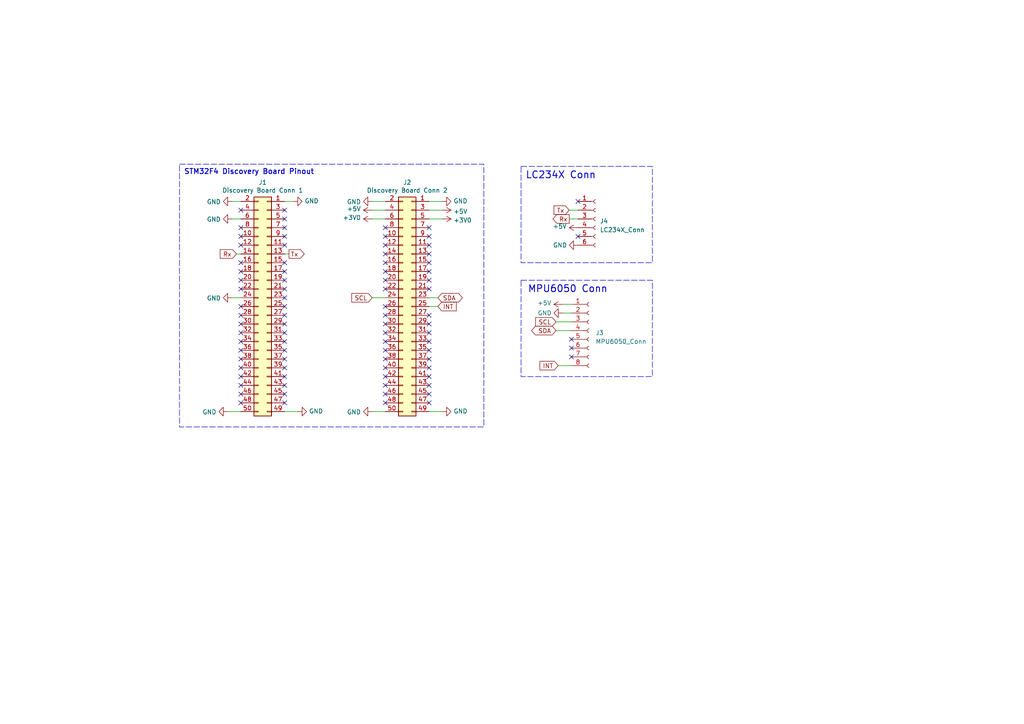
<source format=kicad_sch>
(kicad_sch (version 20230121) (generator eeschema)
  (paper "A4")
  (title_block (title "STM32 Shield") (rev "v1.0"))
  (lib_symbols
    (symbol "Connector:Conn_01x06_Socket" (pin_names (offset 1.016) hide)
      (property "Reference" "J" (at 0 7.62 0))
      (property "Value" "Conn_01x06_Socket" (at 0 -10.16 0))
      (symbol "Conn_01x06_Socket_1_1"
        (arc (start 0 -7.112) (mid -0.5058 -7.62) (end 0 -8.128) (stroke (width 0.1524)))
        (arc (start 0 -4.572) (mid -0.5058 -5.08) (end 0 -5.588) (stroke (width 0.1524)))
        (arc (start 0 -2.032) (mid -0.5058 -2.54) (end 0 -3.048) (stroke (width 0.1524)))
        (polyline (pts (xy -1.27 -7.62) (xy -0.508 -7.62)) (stroke (width 0.1524)))
        (polyline (pts (xy -1.27 -5.08) (xy -0.508 -5.08)) (stroke (width 0.1524)))
        (polyline (pts (xy -1.27 -2.54) (xy -0.508 -2.54)) (stroke (width 0.1524)))
        (polyline (pts (xy -1.27 0) (xy -0.508 0)) (stroke (width 0.1524)))
        (polyline (pts (xy -1.27 2.54) (xy -0.508 2.54)) (stroke (width 0.1524)))
        (polyline (pts (xy -1.27 5.08) (xy -0.508 5.08)) (stroke (width 0.1524)))
        (arc (start 0 0.508) (mid -0.5058 0) (end 0 -0.508) (stroke (width 0.1524)))
        (arc (start 0 3.048) (mid -0.5058 2.54) (end 0 2.032) (stroke (width 0.1524)))
        (arc (start 0 5.588) (mid -0.5058 5.08) (end 0 4.572) (stroke (width 0.1524)))
        (pin passive line (at -5.08 5.08 0) (length 3.81) (name "Pin_1") (number "1"))
        (pin passive line (at -5.08 2.54 0) (length 3.81) (name "Pin_2") (number "2"))
        (pin passive line (at -5.08 0 0) (length 3.81) (name "Pin_3") (number "3"))
        (pin passive line (at -5.08 -2.54 0) (length 3.81) (name "Pin_4") (number "4"))
        (pin passive line (at -5.08 -5.08 0) (length 3.81) (name "Pin_5") (number "5"))
        (pin passive line (at -5.08 -7.62 0) (length 3.81) (name "Pin_6") (number "6"))
      )
    )
    (symbol "Connector:Conn_01x08_Socket" (pin_names (offset 1.016) hide)
      (property "Reference" "J" (at 0 10.16 0))
      (property "Value" "Conn_01x08_Socket" (at 0 -12.7 0))
      (symbol "Conn_01x08_Socket_1_1"
        (arc (start 0 -9.652) (mid -0.5058 -10.16) (end 0 -10.668) (stroke (width 0.1524)))
        (arc (start 0 -7.112) (mid -0.5058 -7.62) (end 0 -8.128) (stroke (width 0.1524)))
        (arc (start 0 -4.572) (mid -0.5058 -5.08) (end 0 -5.588) (stroke (width 0.1524)))
        (arc (start 0 -2.032) (mid -0.5058 -2.54) (end 0 -3.048) (stroke (width 0.1524)))
        (polyline (pts (xy -1.27 -10.16) (xy -0.508 -10.16)) (stroke (width 0.1524)))
        (polyline (pts (xy -1.27 -7.62) (xy -0.508 -7.62)) (stroke (width 0.1524)))
        (polyline (pts (xy -1.27 -5.08) (xy -0.508 -5.08)) (stroke (width 0.1524)))
        (polyline (pts (xy -1.27 -2.54) (xy -0.508 -2.54)) (stroke (width 0.1524)))
        (polyline (pts (xy -1.27 0) (xy -0.508 0)) (stroke (width 0.1524)))
        (polyline (pts (xy -1.27 2.54) (xy -0.508 2.54)) (stroke (width 0.1524)))
        (polyline (pts (xy -1.27 5.08) (xy -0.508 5.08)) (stroke (width 0.1524)))
        (polyline (pts (xy -1.27 7.62) (xy -0.508 7.62)) (stroke (width 0.1524)))
        (arc (start 0 0.508) (mid -0.5058 0) (end 0 -0.508) (stroke (width 0.1524)))
        (arc (start 0 3.048) (mid -0.5058 2.54) (end 0 2.032) (stroke (width 0.1524)))
        (arc (start 0 5.588) (mid -0.5058 5.08) (end 0 4.572) (stroke (width 0.1524)))
        (arc (start 0 8.128) (mid -0.5058 7.62) (end 0 7.112) (stroke (width 0.1524)))
        (pin passive line (at -5.08 7.62 0) (length 3.81) (name "Pin_1") (number "1"))
        (pin passive line (at -5.08 5.08 0) (length 3.81) (name "Pin_2") (number "2"))
        (pin passive line (at -5.08 2.54 0) (length 3.81) (name "Pin_3") (number "3"))
        (pin passive line (at -5.08 0 0) (length 3.81) (name "Pin_4") (number "4"))
        (pin passive line (at -5.08 -2.54 0) (length 3.81) (name "Pin_5") (number "5"))
        (pin passive line (at -5.08 -5.08 0) (length 3.81) (name "Pin_6") (number "6"))
        (pin passive line (at -5.08 -7.62 0) (length 3.81) (name "Pin_7") (number "7"))
        (pin passive line (at -5.08 -10.16 0) (length 3.81) (name "Pin_8") (number "8"))
      )
    )
    (symbol "Connector_Generic:Conn_02x25_Odd_Even" (pin_names (offset 1.016) hide)
      (property "Reference" "J" (at 1.27 33.02 0))
      (property "Value" "Conn_02x25_Odd_Even" (at 1.27 -33.02 0))
      (symbol "Conn_02x25_Odd_Even_1_1"
        (rectangle (start -1.27 -30.353) (end 0 -30.607) (stroke (width 0.1524)))
        (rectangle (start -1.27 -27.813) (end 0 -28.067) (stroke (width 0.1524)))
        (rectangle (start -1.27 -25.273) (end 0 -25.527) (stroke (width 0.1524)))
        (rectangle (start -1.27 -22.733) (end 0 -22.987) (stroke (width 0.1524)))
        (rectangle (start -1.27 -20.193) (end 0 -20.447) (stroke (width 0.1524)))
        (rectangle (start -1.27 -17.653) (end 0 -17.907) (stroke (width 0.1524)))
        (rectangle (start -1.27 -15.113) (end 0 -15.367) (stroke (width 0.1524)))
        (rectangle (start -1.27 -12.573) (end 0 -12.827) (stroke (width 0.1524)))
        (rectangle (start -1.27 -10.033) (end 0 -10.287) (stroke (width 0.1524)))
        (rectangle (start -1.27 -7.493) (end 0 -7.747) (stroke (width 0.1524)))
        (rectangle (start -1.27 -4.953) (end 0 -5.207) (stroke (width 0.1524)))
        (rectangle (start -1.27 -2.413) (end 0 -2.667) (stroke (width 0.1524)))
        (rectangle (start -1.27 0.127) (end 0 -0.127) (stroke (width 0.1524)))
        (rectangle (start -1.27 2.667) (end 0 2.413) (stroke (width 0.1524)))
        (rectangle (start -1.27 5.207) (end 0 4.953) (stroke (width 0.1524)))
        (rectangle (start -1.27 7.747) (end 0 7.493) (stroke (width 0.1524)))
        (rectangle (start -1.27 10.287) (end 0 10.033) (stroke (width 0.1524)))
        (rectangle (start -1.27 12.827) (end 0 12.573) (stroke (width 0.1524)))
        (rectangle (start -1.27 15.367) (end 0 15.113) (stroke (width 0.1524)))
        (rectangle (start -1.27 17.907) (end 0 17.653) (stroke (width 0.1524)))
        (rectangle (start -1.27 20.447) (end 0 20.193) (stroke (width 0.1524)))
        (rectangle (start -1.27 22.987) (end 0 22.733) (stroke (width 0.1524)))
        (rectangle (start -1.27 25.527) (end 0 25.273) (stroke (width 0.1524)))
        (rectangle (start -1.27 28.067) (end 0 27.813) (stroke (width 0.1524)))
        (rectangle (start -1.27 30.607) (end 0 30.353) (stroke (width 0.1524)))
        (rectangle (start -1.27 31.75) (end 3.81 -31.75) (stroke (width 0.254)) (fill (type background)))
        (rectangle (start 3.81 -30.353) (end 2.54 -30.607) (stroke (width 0.1524)))
        (rectangle (start 3.81 -27.813) (end 2.54 -28.067) (stroke (width 0.1524)))
        (rectangle (start 3.81 -25.273) (end 2.54 -25.527) (stroke (width 0.1524)))
        (rectangle (start 3.81 -22.733) (end 2.54 -22.987) (stroke (width 0.1524)))
        (rectangle (start 3.81 -20.193) (end 2.54 -20.447) (stroke (width 0.1524)))
        (rectangle (start 3.81 -17.653) (end 2.54 -17.907) (stroke (width 0.1524)))
        (rectangle (start 3.81 -15.113) (end 2.54 -15.367) (stroke (width 0.1524)))
        (rectangle (start 3.81 -12.573) (end 2.54 -12.827) (stroke (width 0.1524)))
        (rectangle (start 3.81 -10.033) (end 2.54 -10.287) (stroke (width 0.1524)))
        (rectangle (start 3.81 -7.493) (end 2.54 -7.747) (stroke (width 0.1524)))
        (rectangle (start 3.81 -4.953) (end 2.54 -5.207) (stroke (width 0.1524)))
        (rectangle (start 3.81 -2.413) (end 2.54 -2.667) (stroke (width 0.1524)))
        (rectangle (start 3.81 0.127) (end 2.54 -0.127) (stroke (width 0.1524)))
        (rectangle (start 3.81 2.667) (end 2.54 2.413) (stroke (width 0.1524)))
        (rectangle (start 3.81 5.207) (end 2.54 4.953) (stroke (width 0.1524)))
        (rectangle (start 3.81 7.747) (end 2.54 7.493) (stroke (width 0.1524)))
        (rectangle (start 3.81 10.287) (end 2.54 10.033) (stroke (width 0.1524)))
        (rectangle (start 3.81 12.827) (end 2.54 12.573) (stroke (width 0.1524)))
        (rectangle (start 3.81 15.367) (end 2.54 15.113) (stroke (width 0.1524)))
        (rectangle (start 3.81 17.907) (end 2.54 17.653) (stroke (width 0.1524)))
        (rectangle (start 3.81 20.447) (end 2.54 20.193) (stroke (width 0.1524)))
        (rectangle (start 3.81 22.987) (end 2.54 22.733) (stroke (width 0.1524)))
        (rectangle (start 3.81 25.527) (end 2.54 25.273) (stroke (width 0.1524)))
        (rectangle (start 3.81 28.067) (end 2.54 27.813) (stroke (width 0.1524)))
        (rectangle (start 3.81 30.607) (end 2.54 30.353) (stroke (width 0.1524)))
        (pin passive line (at -5.08 30.48 0) (length 3.81) (name "Pin_1") (number "1"))
        (pin passive line (at 7.62 20.32 180) (length 3.81) (name "Pin_10") (number "10"))
        (pin passive line (at -5.08 17.78 0) (length 3.81) (name "Pin_11") (number "11"))
        (pin passive line (at 7.62 17.78 180) (length 3.81) (name "Pin_12") (number "12"))
        (pin passive line (at -5.08 15.24 0) (length 3.81) (name "Pin_13") (number "13"))
        (pin passive line (at 7.62 15.24 180) (length 3.81) (name "Pin_14") (number "14"))
        (pin passive line (at -5.08 12.7 0) (length 3.81) (name "Pin_15") (number "15"))
        (pin passive line (at 7.62 12.7 180) (length 3.81) (name "Pin_16") (number "16"))
        (pin passive line (at -5.08 10.16 0) (length 3.81) (name "Pin_17") (number "17"))
        (pin passive line (at 7.62 10.16 180) (length 3.81) (name "Pin_18") (number "18"))
        (pin passive line (at -5.08 7.62 0) (length 3.81) (name "Pin_19") (number "19"))
        (pin passive line (at 7.62 30.48 180) (length 3.81) (name "Pin_2") (number "2"))
        (pin passive line (at 7.62 7.62 180) (length 3.81) (name "Pin_20") (number "20"))
        (pin passive line (at -5.08 5.08 0) (length 3.81) (name "Pin_21") (number "21"))
        (pin passive line (at 7.62 5.08 180) (length 3.81) (name "Pin_22") (number "22"))
        (pin passive line (at -5.08 2.54 0) (length 3.81) (name "Pin_23") (number "23"))
        (pin passive line (at 7.62 2.54 180) (length 3.81) (name "Pin_24") (number "24"))
        (pin passive line (at -5.08 0 0) (length 3.81) (name "Pin_25") (number "25"))
        (pin passive line (at 7.62 0 180) (length 3.81) (name "Pin_26") (number "26"))
        (pin passive line (at -5.08 -2.54 0) (length 3.81) (name "Pin_27") (number "27"))
        (pin passive line (at 7.62 -2.54 180) (length 3.81) (name "Pin_28") (number "28"))
        (pin passive line (at -5.08 -5.08 0) (length 3.81) (name "Pin_29") (number "29"))
        (pin passive line (at -5.08 27.94 0) (length 3.81) (name "Pin_3") (number "3"))
        (pin passive line (at 7.62 -5.08 180) (length 3.81) (name "Pin_30") (number "30"))
        (pin passive line (at -5.08 -7.62 0) (length 3.81) (name "Pin_31") (number "31"))
        (pin passive line (at 7.62 -7.62 180) (length 3.81) (name "Pin_32") (number "32"))
        (pin passive line (at -5.08 -10.16 0) (length 3.81) (name "Pin_33") (number "33"))
        (pin passive line (at 7.62 -10.16 180) (length 3.81) (name "Pin_34") (number "34"))
        (pin passive line (at -5.08 -12.7 0) (length 3.81) (name "Pin_35") (number "35"))
        (pin passive line (at 7.62 -12.7 180) (length 3.81) (name "Pin_36") (number "36"))
        (pin passive line (at -5.08 -15.24 0) (length 3.81) (name "Pin_37") (number "37"))
        (pin passive line (at 7.62 -15.24 180) (length 3.81) (name "Pin_38") (number "38"))
        (pin passive line (at -5.08 -17.78 0) (length 3.81) (name "Pin_39") (number "39"))
        (pin passive line (at 7.62 27.94 180) (length 3.81) (name "Pin_4") (number "4"))
        (pin passive line (at 7.62 -17.78 180) (length 3.81) (name "Pin_40") (number "40"))
        (pin passive line (at -5.08 -20.32 0) (length 3.81) (name "Pin_41") (number "41"))
        (pin passive line (at 7.62 -20.32 180) (length 3.81) (name "Pin_42") (number "42"))
        (pin passive line (at -5.08 -22.86 0) (length 3.81) (name "Pin_43") (number "43"))
        (pin passive line (at 7.62 -22.86 180) (length 3.81) (name "Pin_44") (number "44"))
        (pin passive line (at -5.08 -25.4 0) (length 3.81) (name "Pin_45") (number "45"))
        (pin passive line (at 7.62 -25.4 180) (length 3.81) (name "Pin_46") (number "46"))
        (pin passive line (at -5.08 -27.94 0) (length 3.81) (name "Pin_47") (number "47"))
        (pin passive line (at 7.62 -27.94 180) (length 3.81) (name "Pin_48") (number "48"))
        (pin passive line (at -5.08 -30.48 0) (length 3.81) (name "Pin_49") (number "49"))
        (pin passive line (at -5.08 25.4 0) (length 3.81) (name "Pin_5") (number "5"))
        (pin passive line (at 7.62 -30.48 180) (length 3.81) (name "Pin_50") (number "50"))
        (pin passive line (at 7.62 25.4 180) (length 3.81) (name "Pin_6") (number "6"))
        (pin passive line (at -5.08 22.86 0) (length 3.81) (name "Pin_7") (number "7"))
        (pin passive line (at 7.62 22.86 180) (length 3.81) (name "Pin_8") (number "8"))
        (pin passive line (at -5.08 20.32 0) (length 3.81) (name "Pin_9") (number "9"))
      )
    )
    (symbol "power:+3V0" (power) (pin_names (offset 0))
      (property "Value" "+3V0" (at 0 3.556 0))
      (symbol "+3V0_0_1"
        (polyline (pts (xy -0.762 1.27) (xy 0 2.54)))
        (polyline (pts (xy 0 0) (xy 0 2.54)))
        (polyline (pts (xy 0 2.54) (xy 0.762 1.27)))
      )
      (symbol "+3V0_1_1"
        (pin power_in line (at 0 0 90) (length 0) hide (name "+3V0") (number "1"))
      )
    )
    (symbol "power:+5V" (power) (pin_names (offset 0))
      (property "Value" "+5V" (at 0 3.556 0))
      (symbol "+5V_0_1"
        (polyline (pts (xy -0.762 1.27) (xy 0 2.54)))
        (polyline (pts (xy 0 0) (xy 0 2.54)))
        (polyline (pts (xy 0 2.54) (xy 0.762 1.27)))
      )
      (symbol "+5V_1_1"
        (pin power_in line (at 0 0 90) (length 0) hide (name "+5V") (number "1"))
      )
    )
    (symbol "power:GND" (power) (pin_names (offset 0))
      (property "Value" "GND" (at 0 -3.81 0))
      (symbol "GND_0_1"
        (polyline (pts (xy 0 0) (xy 0 -1.27) (xy 1.27 -1.27) (xy 0 -2.54) (xy -1.27 -1.27) (xy 0 -1.27)))
      )
      (symbol "GND_1_1"
        (pin power_in line (at 0 0 270) (length 0) hide (name "GND") (number "1"))
      )
    )
  )
  (no_connect (at 69.85 116.84))
  (no_connect (at 124.46 104.14))
  (no_connect (at 82.55 71.12))
  (no_connect (at 124.46 68.58))
  (no_connect (at 111.76 83.82))
  (no_connect (at 69.85 106.68))
  (no_connect (at 165.735 98.425))
  (no_connect (at 69.85 66.04))
  (no_connect (at 165.735 103.505))
  (no_connect (at 69.85 111.76))
  (no_connect (at 124.46 78.74))
  (no_connect (at 69.85 68.58))
  (no_connect (at 124.46 73.66))
  (no_connect (at 124.46 76.2))
  (no_connect (at 69.85 91.44))
  (no_connect (at 167.64 68.58))
  (no_connect (at 111.76 88.9))
  (no_connect (at 111.76 68.58))
  (no_connect (at 111.76 109.22))
  (no_connect (at 111.76 114.3))
  (no_connect (at 69.85 76.2))
  (no_connect (at 82.55 114.3))
  (no_connect (at 82.55 91.44))
  (no_connect (at 124.46 71.12))
  (no_connect (at 111.76 99.06))
  (no_connect (at 82.55 86.36))
  (no_connect (at 111.76 71.12))
  (no_connect (at 82.55 66.04))
  (no_connect (at 165.735 100.965))
  (no_connect (at 69.85 96.52))
  (no_connect (at 124.46 111.76))
  (no_connect (at 124.46 101.6))
  (no_connect (at 111.76 73.66))
  (no_connect (at 111.76 81.28))
  (no_connect (at 111.76 96.52))
  (no_connect (at 69.85 104.14))
  (no_connect (at 111.76 66.04))
  (no_connect (at 111.76 78.74))
  (no_connect (at 111.76 116.84))
  (no_connect (at 82.55 101.6))
  (no_connect (at 82.55 88.9))
  (no_connect (at 124.46 114.3))
  (no_connect (at 111.76 101.6))
  (no_connect (at 124.46 109.22))
  (no_connect (at 69.85 93.98))
  (no_connect (at 124.46 99.06))
  (no_connect (at 82.55 63.5))
  (no_connect (at 82.55 83.82))
  (no_connect (at 69.85 81.28))
  (no_connect (at 82.55 99.06))
  (no_connect (at 82.55 81.28))
  (no_connect (at 111.76 91.44))
  (no_connect (at 69.85 99.06))
  (no_connect (at 82.55 104.14))
  (no_connect (at 69.85 109.22))
  (no_connect (at 82.55 116.84))
  (no_connect (at 124.46 81.28))
  (no_connect (at 124.46 96.52))
  (no_connect (at 82.55 111.76))
  (no_connect (at 124.46 91.44))
  (no_connect (at 69.85 71.12))
  (no_connect (at 124.46 106.68))
  (no_connect (at 167.64 58.42))
  (no_connect (at 82.55 76.2))
  (no_connect (at 82.55 93.98))
  (no_connect (at 111.76 106.68))
  (no_connect (at 82.55 78.74))
  (no_connect (at 111.76 93.98))
  (no_connect (at 69.85 88.9))
  (no_connect (at 69.85 101.6))
  (no_connect (at 82.55 106.68))
  (no_connect (at 124.46 66.04))
  (no_connect (at 82.55 60.96))
  (no_connect (at 124.46 83.82))
  (no_connect (at 111.76 76.2))
  (no_connect (at 69.85 60.96))
  (no_connect (at 82.55 96.52))
  (no_connect (at 124.46 93.98))
  (no_connect (at 82.55 68.58))
  (no_connect (at 82.55 109.22))
  (no_connect (at 124.46 116.84))
  (no_connect (at 69.85 114.3))
  (no_connect (at 111.76 111.76))
  (no_connect (at 111.76 104.14))
  (no_connect (at 69.85 83.82))
  (no_connect (at 69.85 78.74))
  (wire (pts (xy 124.46 63.5) (xy 128.27 63.5)))
  (wire (pts (xy 107.95 86.36) (xy 111.76 86.36)))
  (wire (pts (xy 66.04 119.38) (xy 69.85 119.38)))
  (wire (pts (xy 161.925 106.045) (xy 165.735 106.045)))
  (wire (pts (xy 124.46 58.42) (xy 128.27 58.42)))
  (wire (pts (xy 107.95 58.42) (xy 111.76 58.42)))
  (wire (pts (xy 124.46 86.36) (xy 127 86.36)))
  (wire (pts (xy 165.1 60.96) (xy 167.64 60.96)))
  (wire (pts (xy 107.95 63.5) (xy 111.76 63.5)))
  (wire (pts (xy 68.58 73.66) (xy 69.85 73.66)))
  (wire (pts (xy 107.95 119.38) (xy 111.76 119.38)))
  (wire (pts (xy 161.29 95.885) (xy 165.735 95.885)))
  (wire (pts (xy 67.31 63.5) (xy 69.85 63.5)))
  (wire (pts (xy 85.09 58.42) (xy 82.55 58.42)))
  (wire (pts (xy 107.95 60.96) (xy 111.76 60.96)))
  (wire (pts (xy 124.46 119.38) (xy 128.27 119.38)))
  (wire (pts (xy 82.55 73.66) (xy 83.82 73.66)))
  (wire (pts (xy 161.29 93.345) (xy 165.735 93.345)))
  (wire (pts (xy 163.195 90.805) (xy 165.735 90.805)))
  (wire (pts (xy 124.46 88.9) (xy 127 88.9)))
  (wire (pts (xy 124.46 60.96) (xy 128.27 60.96)))
  (wire (pts (xy 67.31 86.36) (xy 69.85 86.36)))
  (wire (pts (xy 67.31 58.42) (xy 69.85 58.42)))
  (wire (pts (xy 86.36 119.38) (xy 82.55 119.38)))
  (wire (pts (xy 163.195 88.265) (xy 165.735 88.265)))
  (wire (pts (xy 165.1 63.5) (xy 167.64 63.5)))
  (rectangle (start 151.13 81.28) (end 189.23 109.22) (stroke (width 0) (type dash)))
  (rectangle (start 151.13 48.26) (end 189.23 76.2) (stroke (width 0) (type dash)))
  (rectangle (start 52.07 47.625) (end 140.335 123.825) (stroke (width 0) (type dash)))
  (text "MPU6050 Conn\n" (at 153.035 85.09 0) (effects (font (size 2 2) (thickness 0.254) bold) (justify left bottom)))
  (text "LC234X Conn\n" (at 152.4 52.07 0) (effects (font (size 2 2) (thickness 0.254) bold) (justify left bottom)))
  (text "STM32F4 Discovery Board Pinout" (at 53.34 50.8 0) (effects (font (size 1.5 1.5) (thickness 0.254) bold) (justify left bottom)))
  (global_label "Rx" (shape output) (at 165.1 63.5 180) (property "Intersheetrefs" "${INTERSHEET_REFS}" (effects hide)))
  (global_label "Tx" (shape input) (at 165.1 60.96 180) (property "Intersheetrefs" "${INTERSHEET_REFS}" (effects hide)))
  (global_label "SCL" (shape input) (at 161.29 93.345 180) (property "Intersheetrefs" "${INTERSHEET_REFS}" (effects hide)))
  (global_label "INT" (shape input) (at 127 88.9 0) (property "Intersheetrefs" "${INTERSHEET_REFS}" (effects hide)))
  (global_label "SCL" (shape input) (at 107.95 86.36 180) (property "Intersheetrefs" "${INTERSHEET_REFS}" (effects hide)))
  (global_label "Rx" (shape input) (at 68.58 73.66 180) (property "Intersheetrefs" "${INTERSHEET_REFS}" (effects hide)))
  (global_label "SDA" (shape bidirectional) (at 127 86.36 0) (property "Intersheetrefs" "${INTERSHEET_REFS}" (effects hide)))
  (global_label "Tx" (shape output) (at 83.82 73.66 0) (property "Intersheetrefs" "${INTERSHEET_REFS}" (effects hide)))
  (global_label "INT" (shape input) (at 161.925 106.045 180) (property "Intersheetrefs" "${INTERSHEET_REFS}" (effects hide)))
  (global_label "SDA" (shape bidirectional) (at 161.29 95.885 180) (property "Intersheetrefs" "${INTERSHEET_REFS}" (effects hide)))
  (symbol (lib_id "Connector_Generic:Conn_02x25_Odd_Even") (at 77.47 88.9 0) (mirror y) (unit 1)
    (property "Reference" "J1" (at 76.2 52.9082 0))
    (property "Value" "Discovery Board Conn 1" (at 76.2 55.2196 0))
    (property "Footprint" "Connector_PinSocket_2.54mm:PinSocket_2x25_P2.54mm_Vertical" (effects hide))
  )
  (symbol (lib_id "power:+5V") (at 167.64 66.04 90) (unit 1)
    (property "Reference" "#PWR015" (effects hide))
    (property "Value" "+5V" (at 164.3888 65.659 90) (effects (justify left)))
  )
  (symbol (lib_id "power:GND") (at 67.31 58.42 270) (unit 1)
    (property "Reference" "#PWR02" (effects hide))
    (property "Value" "GND" (at 64.0588 58.547 90) (effects (justify right)))
  )
  (symbol (lib_id "power:+5V") (at 163.195 88.265 90) (unit 1)
    (property "Reference" "#PWR016" (effects hide))
    (property "Value" "+5V" (at 159.9438 87.884 90) (effects (justify left)))
  )
  (symbol (lib_id "power:GND") (at 67.31 63.5 270) (unit 1)
    (property "Reference" "#PWR03" (effects hide))
    (property "Value" "GND" (at 64.0588 63.627 90) (effects (justify right)))
  )
  (symbol (lib_id "power:GND") (at 85.09 58.42 90) (unit 1)
    (property "Reference" "#PWR05" (effects hide))
    (property "Value" "GND" (at 88.3412 58.293 90) (effects (justify right)))
  )
  (symbol (lib_id "power:GND") (at 163.195 90.805 270) (unit 1)
    (property "Reference" "#PWR017" (effects hide))
    (property "Value" "GND" (at 160.02 90.805 90) (effects (justify right)))
  )
  (symbol (lib_id "power:GND") (at 66.04 119.38 270) (unit 1)
    (property "Reference" "#PWR01" (effects hide))
    (property "Value" "GND" (at 62.7888 119.507 90) (effects (justify right)))
  )
  (symbol (lib_id "power:+3V0") (at 107.95 63.5 90) (unit 1)
    (property "Reference" "#PWR09" (effects hide))
    (property "Value" "+3V0" (at 104.6988 63.119 90) (effects (justify left)))
  )
  (symbol (lib_id "power:GND") (at 128.27 58.42 90) (unit 1)
    (property "Reference" "#PWR011" (effects hide))
    (property "Value" "GND" (at 131.5212 58.293 90) (effects (justify right)))
  )
  (symbol (lib_id "power:+3V0") (at 128.27 63.5 270) (unit 1)
    (property "Reference" "#PWR013" (effects hide))
    (property "Value" "+3V0" (at 131.5212 63.881 90) (effects (justify left)))
  )
  (symbol (lib_id "Connector_Generic:Conn_02x25_Odd_Even") (at 119.38 88.9 0) (mirror y) (unit 1)
    (property "Reference" "J2" (at 118.11 52.9082 0))
    (property "Value" "Discovery Board Conn 2" (at 118.11 55.2196 0))
    (property "Footprint" "Connector_PinSocket_2.54mm:PinSocket_2x25_P2.54mm_Vertical" (effects hide))
  )
  (symbol (lib_id "Connector:Conn_01x06_Socket") (at 172.72 63.5 0) (unit 1)
    (property "Reference" "J4" (at 173.99 64.135 0) (effects (justify left)))
    (property "Value" "LC234X_Conn" (at 173.99 66.675 0) (effects (justify left)))
    (property "Footprint" "Connector_PinSocket_2.54mm:PinSocket_1x06_P2.54mm_Vertical" (effects hide))
  )
  (symbol (lib_id "power:GND") (at 107.95 119.38 270) (unit 1)
    (property "Reference" "#PWR010" (effects hide))
    (property "Value" "GND" (at 104.6988 119.507 90) (effects (justify right)))
  )
  (symbol (lib_id "power:+5V") (at 128.27 60.96 270) (unit 1)
    (property "Reference" "#PWR012" (effects hide))
    (property "Value" "+5V" (at 131.5212 61.341 90) (effects (justify left)))
  )
  (symbol (lib_id "power:GND") (at 67.31 86.36 270) (unit 1)
    (property "Reference" "#PWR04" (effects hide))
    (property "Value" "GND" (at 64.0588 86.487 90) (effects (justify right)))
  )
  (symbol (lib_id "power:GND") (at 128.27 119.38 90) (unit 1)
    (property "Reference" "#PWR014" (effects hide))
    (property "Value" "GND" (at 131.5212 119.253 90) (effects (justify right)))
  )
  (symbol (lib_id "Connector:Conn_01x08_Socket") (at 170.815 95.885 0) (unit 1)
    (property "Reference" "J3" (at 172.72 96.52 0) (effects (justify left)))
    (property "Value" "MPU6050_Conn" (at 172.72 99.06 0) (effects (justify left)))
    (property "Footprint" "Connector_PinSocket_2.54mm:PinSocket_1x08_P2.54mm_Vertical" (effects hide))
  )
  (symbol (lib_id "power:GND") (at 107.95 58.42 270) (unit 1)
    (property "Reference" "#PWR07" (effects hide))
    (property "Value" "GND" (at 104.6988 58.547 90) (effects (justify right)))
  )
  (symbol (lib_id "power:GND") (at 86.36 119.38 90) (unit 1)
    (property "Reference" "#PWR06" (effects hide))
    (property "Value" "GND" (at 89.6112 119.253 90) (effects (justify right)))
  )
  (symbol (lib_id "power:+5V") (at 107.95 60.96 90) (unit 1)
    (property "Reference" "#PWR08" (effects hide))
    (property "Value" "+5V" (at 104.6988 60.579 90) (effects (justify left)))
  )
  (symbol (lib_id "power:GND") (at 167.64 71.12 270) (unit 1)
    (property "Reference" "#PWR018" (effects hide))
    (property "Value" "GND" (at 164.465 71.12 90) (effects (justify right)))
  )
)
</source>
